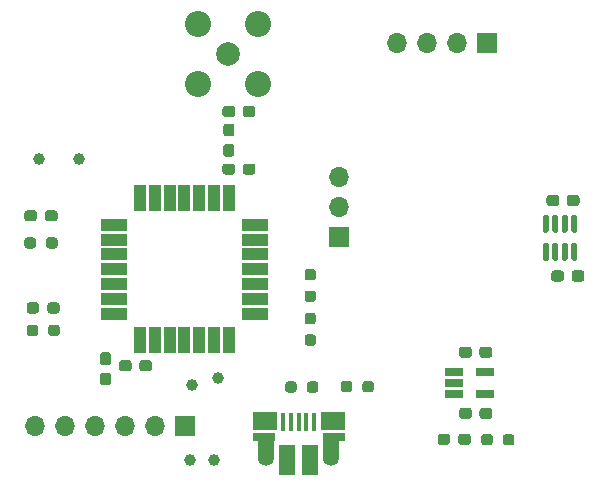
<source format=gbr>
%TF.GenerationSoftware,KiCad,Pcbnew,(5.1.10)-1*%
%TF.CreationDate,2022-03-06T21:17:49+00:00*%
%TF.ProjectId,main,6d61696e-2e6b-4696-9361-645f70636258,rev?*%
%TF.SameCoordinates,Original*%
%TF.FileFunction,Soldermask,Top*%
%TF.FilePolarity,Negative*%
%FSLAX46Y46*%
G04 Gerber Fmt 4.6, Leading zero omitted, Abs format (unit mm)*
G04 Created by KiCad (PCBNEW (5.1.10)-1) date 2022-03-06 21:17:49*
%MOMM*%
%LPD*%
G01*
G04 APERTURE LIST*
%ADD10R,1.430000X2.500000*%
%ADD11O,1.350000X1.700000*%
%ADD12O,1.100000X1.500000*%
%ADD13R,0.400000X1.650000*%
%ADD14R,2.000000X1.500000*%
%ADD15R,1.825000X0.700000*%
%ADD16R,1.350000X2.000000*%
%ADD17C,1.000000*%
%ADD18C,2.209800*%
%ADD19C,2.006600*%
%ADD20R,1.560000X0.650000*%
%ADD21R,1.000000X2.300000*%
%ADD22R,2.300000X1.000000*%
%ADD23O,1.700000X1.700000*%
%ADD24R,1.700000X1.700000*%
G04 APERTURE END LIST*
%TO.C,R2*%
G36*
G01*
X170237500Y-132087500D02*
X169762500Y-132087500D01*
G75*
G02*
X169525000Y-131850000I0J237500D01*
G01*
X169525000Y-131350000D01*
G75*
G02*
X169762500Y-131112500I237500J0D01*
G01*
X170237500Y-131112500D01*
G75*
G02*
X170475000Y-131350000I0J-237500D01*
G01*
X170475000Y-131850000D01*
G75*
G02*
X170237500Y-132087500I-237500J0D01*
G01*
G37*
G36*
G01*
X170237500Y-133912500D02*
X169762500Y-133912500D01*
G75*
G02*
X169525000Y-133675000I0J237500D01*
G01*
X169525000Y-133175000D01*
G75*
G02*
X169762500Y-132937500I237500J0D01*
G01*
X170237500Y-132937500D01*
G75*
G02*
X170475000Y-133175000I0J-237500D01*
G01*
X170475000Y-133675000D01*
G75*
G02*
X170237500Y-133912500I-237500J0D01*
G01*
G37*
%TD*%
D10*
%TO.C,USB_PWR1*%
X169965000Y-143545000D03*
X168045000Y-143545000D03*
D11*
X171735000Y-143275000D03*
X166275000Y-143275000D03*
D12*
X171425000Y-140275000D03*
X166585000Y-140275000D03*
D13*
X170305000Y-140395000D03*
X169655000Y-140395000D03*
X169005000Y-140395000D03*
X168355000Y-140395000D03*
X167705000Y-140395000D03*
D14*
X171905000Y-140275000D03*
X166155000Y-140295000D03*
D15*
X172005000Y-141595000D03*
X166055000Y-141595000D03*
D16*
X166275000Y-142345000D03*
X171755000Y-142345000D03*
%TD*%
%TO.C,U2*%
G36*
G01*
X192600000Y-122947500D02*
X192600000Y-124197500D01*
G75*
G02*
X192475000Y-124322500I-125000J0D01*
G01*
X192225000Y-124322500D01*
G75*
G02*
X192100000Y-124197500I0J125000D01*
G01*
X192100000Y-122947500D01*
G75*
G02*
X192225000Y-122822500I125000J0D01*
G01*
X192475000Y-122822500D01*
G75*
G02*
X192600000Y-122947500I0J-125000D01*
G01*
G37*
G36*
G01*
X191800000Y-122947500D02*
X191800000Y-124197500D01*
G75*
G02*
X191675000Y-124322500I-125000J0D01*
G01*
X191425000Y-124322500D01*
G75*
G02*
X191300000Y-124197500I0J125000D01*
G01*
X191300000Y-122947500D01*
G75*
G02*
X191425000Y-122822500I125000J0D01*
G01*
X191675000Y-122822500D01*
G75*
G02*
X191800000Y-122947500I0J-125000D01*
G01*
G37*
G36*
G01*
X191000000Y-122947500D02*
X191000000Y-124197500D01*
G75*
G02*
X190875000Y-124322500I-125000J0D01*
G01*
X190625000Y-124322500D01*
G75*
G02*
X190500000Y-124197500I0J125000D01*
G01*
X190500000Y-122947500D01*
G75*
G02*
X190625000Y-122822500I125000J0D01*
G01*
X190875000Y-122822500D01*
G75*
G02*
X191000000Y-122947500I0J-125000D01*
G01*
G37*
G36*
G01*
X190200000Y-122947500D02*
X190200000Y-124197500D01*
G75*
G02*
X190075000Y-124322500I-125000J0D01*
G01*
X189825000Y-124322500D01*
G75*
G02*
X189700000Y-124197500I0J125000D01*
G01*
X189700000Y-122947500D01*
G75*
G02*
X189825000Y-122822500I125000J0D01*
G01*
X190075000Y-122822500D01*
G75*
G02*
X190200000Y-122947500I0J-125000D01*
G01*
G37*
G36*
G01*
X190200000Y-125322500D02*
X190200000Y-126572500D01*
G75*
G02*
X190075000Y-126697500I-125000J0D01*
G01*
X189825000Y-126697500D01*
G75*
G02*
X189700000Y-126572500I0J125000D01*
G01*
X189700000Y-125322500D01*
G75*
G02*
X189825000Y-125197500I125000J0D01*
G01*
X190075000Y-125197500D01*
G75*
G02*
X190200000Y-125322500I0J-125000D01*
G01*
G37*
G36*
G01*
X191000000Y-125322500D02*
X191000000Y-126572500D01*
G75*
G02*
X190875000Y-126697500I-125000J0D01*
G01*
X190625000Y-126697500D01*
G75*
G02*
X190500000Y-126572500I0J125000D01*
G01*
X190500000Y-125322500D01*
G75*
G02*
X190625000Y-125197500I125000J0D01*
G01*
X190875000Y-125197500D01*
G75*
G02*
X191000000Y-125322500I0J-125000D01*
G01*
G37*
G36*
G01*
X191800000Y-125322500D02*
X191800000Y-126572500D01*
G75*
G02*
X191675000Y-126697500I-125000J0D01*
G01*
X191425000Y-126697500D01*
G75*
G02*
X191300000Y-126572500I0J125000D01*
G01*
X191300000Y-125322500D01*
G75*
G02*
X191425000Y-125197500I125000J0D01*
G01*
X191675000Y-125197500D01*
G75*
G02*
X191800000Y-125322500I0J-125000D01*
G01*
G37*
G36*
G01*
X192600000Y-125322500D02*
X192600000Y-126572500D01*
G75*
G02*
X192475000Y-126697500I-125000J0D01*
G01*
X192225000Y-126697500D01*
G75*
G02*
X192100000Y-126572500I0J125000D01*
G01*
X192100000Y-125322500D01*
G75*
G02*
X192225000Y-125197500I125000J0D01*
G01*
X192475000Y-125197500D01*
G75*
G02*
X192600000Y-125322500I0J-125000D01*
G01*
G37*
%TD*%
D17*
%TO.C,GND2*%
X161825000Y-143600000D03*
%TD*%
%TO.C,L1*%
G36*
G01*
X163337500Y-116172500D02*
X162862500Y-116172500D01*
G75*
G02*
X162625000Y-115935000I0J237500D01*
G01*
X162625000Y-115335000D01*
G75*
G02*
X162862500Y-115097500I237500J0D01*
G01*
X163337500Y-115097500D01*
G75*
G02*
X163575000Y-115335000I0J-237500D01*
G01*
X163575000Y-115935000D01*
G75*
G02*
X163337500Y-116172500I-237500J0D01*
G01*
G37*
G36*
G01*
X163337500Y-117897500D02*
X162862500Y-117897500D01*
G75*
G02*
X162625000Y-117660000I0J237500D01*
G01*
X162625000Y-117060000D01*
G75*
G02*
X162862500Y-116822500I237500J0D01*
G01*
X163337500Y-116822500D01*
G75*
G02*
X163575000Y-117060000I0J-237500D01*
G01*
X163575000Y-117660000D01*
G75*
G02*
X163337500Y-117897500I-237500J0D01*
G01*
G37*
%TD*%
%TO.C,C8*%
G36*
G01*
X164287500Y-114312500D02*
X164287500Y-113837500D01*
G75*
G02*
X164525000Y-113600000I237500J0D01*
G01*
X165125000Y-113600000D01*
G75*
G02*
X165362500Y-113837500I0J-237500D01*
G01*
X165362500Y-114312500D01*
G75*
G02*
X165125000Y-114550000I-237500J0D01*
G01*
X164525000Y-114550000D01*
G75*
G02*
X164287500Y-114312500I0J237500D01*
G01*
G37*
G36*
G01*
X162562500Y-114312500D02*
X162562500Y-113837500D01*
G75*
G02*
X162800000Y-113600000I237500J0D01*
G01*
X163400000Y-113600000D01*
G75*
G02*
X163637500Y-113837500I0J-237500D01*
G01*
X163637500Y-114312500D01*
G75*
G02*
X163400000Y-114550000I-237500J0D01*
G01*
X162800000Y-114550000D01*
G75*
G02*
X162562500Y-114312500I0J237500D01*
G01*
G37*
%TD*%
%TO.C,C7*%
G36*
G01*
X164287500Y-119187500D02*
X164287500Y-118712500D01*
G75*
G02*
X164525000Y-118475000I237500J0D01*
G01*
X165125000Y-118475000D01*
G75*
G02*
X165362500Y-118712500I0J-237500D01*
G01*
X165362500Y-119187500D01*
G75*
G02*
X165125000Y-119425000I-237500J0D01*
G01*
X164525000Y-119425000D01*
G75*
G02*
X164287500Y-119187500I0J237500D01*
G01*
G37*
G36*
G01*
X162562500Y-119187500D02*
X162562500Y-118712500D01*
G75*
G02*
X162800000Y-118475000I237500J0D01*
G01*
X163400000Y-118475000D01*
G75*
G02*
X163637500Y-118712500I0J-237500D01*
G01*
X163637500Y-119187500D01*
G75*
G02*
X163400000Y-119425000I-237500J0D01*
G01*
X162800000Y-119425000D01*
G75*
G02*
X162562500Y-119187500I0J237500D01*
G01*
G37*
%TD*%
D18*
%TO.C,J2*%
X165610000Y-106690000D03*
X165610000Y-111770000D03*
X160530000Y-111770000D03*
X160530000Y-106690000D03*
D19*
X163070000Y-109230000D03*
%TD*%
D20*
%TO.C,U3*%
X184830000Y-136110000D03*
X184830000Y-138010000D03*
X182130000Y-138010000D03*
X182130000Y-137060000D03*
X182130000Y-136110000D03*
%TD*%
D21*
%TO.C,U1*%
X159350000Y-133425000D03*
X158100000Y-133425000D03*
X156850000Y-133425000D03*
X155600000Y-133425000D03*
X160600000Y-133425000D03*
X161850000Y-133425000D03*
X163100000Y-133425000D03*
D22*
X165350000Y-127425000D03*
X165350000Y-128675000D03*
X165350000Y-129925000D03*
X165350000Y-131175000D03*
X165350000Y-126175000D03*
X165350000Y-124925000D03*
X165350000Y-123675000D03*
D21*
X159350000Y-121425000D03*
X160600000Y-121425000D03*
X161850000Y-121425000D03*
X163100000Y-121425000D03*
X158100000Y-121425000D03*
X156850000Y-121425000D03*
X155600000Y-121425000D03*
D22*
X153350000Y-127425000D03*
X153350000Y-126175000D03*
X153350000Y-124925000D03*
X153350000Y-123675000D03*
X153350000Y-128675000D03*
X153350000Y-129925000D03*
X153350000Y-131175000D03*
%TD*%
D17*
%TO.C,SDA1*%
X162200000Y-136600000D03*
%TD*%
%TO.C,SCL1*%
X160000000Y-137200000D03*
%TD*%
%TO.C,R5*%
G36*
G01*
X185455000Y-141622500D02*
X185455000Y-142097500D01*
G75*
G02*
X185217500Y-142335000I-237500J0D01*
G01*
X184717500Y-142335000D01*
G75*
G02*
X184480000Y-142097500I0J237500D01*
G01*
X184480000Y-141622500D01*
G75*
G02*
X184717500Y-141385000I237500J0D01*
G01*
X185217500Y-141385000D01*
G75*
G02*
X185455000Y-141622500I0J-237500D01*
G01*
G37*
G36*
G01*
X187280000Y-141622500D02*
X187280000Y-142097500D01*
G75*
G02*
X187042500Y-142335000I-237500J0D01*
G01*
X186542500Y-142335000D01*
G75*
G02*
X186305000Y-142097500I0J237500D01*
G01*
X186305000Y-141622500D01*
G75*
G02*
X186542500Y-141385000I237500J0D01*
G01*
X187042500Y-141385000D01*
G75*
G02*
X187280000Y-141622500I0J-237500D01*
G01*
G37*
%TD*%
%TO.C,R4*%
G36*
G01*
X146975000Y-132362500D02*
X146975000Y-132837500D01*
G75*
G02*
X146737500Y-133075000I-237500J0D01*
G01*
X146237500Y-133075000D01*
G75*
G02*
X146000000Y-132837500I0J237500D01*
G01*
X146000000Y-132362500D01*
G75*
G02*
X146237500Y-132125000I237500J0D01*
G01*
X146737500Y-132125000D01*
G75*
G02*
X146975000Y-132362500I0J-237500D01*
G01*
G37*
G36*
G01*
X148800000Y-132362500D02*
X148800000Y-132837500D01*
G75*
G02*
X148562500Y-133075000I-237500J0D01*
G01*
X148062500Y-133075000D01*
G75*
G02*
X147825000Y-132837500I0J237500D01*
G01*
X147825000Y-132362500D01*
G75*
G02*
X148062500Y-132125000I237500J0D01*
G01*
X148562500Y-132125000D01*
G75*
G02*
X148800000Y-132362500I0J-237500D01*
G01*
G37*
%TD*%
%TO.C,R3*%
G36*
G01*
X146775000Y-124962500D02*
X146775000Y-125437500D01*
G75*
G02*
X146537500Y-125675000I-237500J0D01*
G01*
X146037500Y-125675000D01*
G75*
G02*
X145800000Y-125437500I0J237500D01*
G01*
X145800000Y-124962500D01*
G75*
G02*
X146037500Y-124725000I237500J0D01*
G01*
X146537500Y-124725000D01*
G75*
G02*
X146775000Y-124962500I0J-237500D01*
G01*
G37*
G36*
G01*
X148600000Y-124962500D02*
X148600000Y-125437500D01*
G75*
G02*
X148362500Y-125675000I-237500J0D01*
G01*
X147862500Y-125675000D01*
G75*
G02*
X147625000Y-125437500I0J237500D01*
G01*
X147625000Y-124962500D01*
G75*
G02*
X147862500Y-124725000I237500J0D01*
G01*
X148362500Y-124725000D01*
G75*
G02*
X148600000Y-124962500I0J-237500D01*
G01*
G37*
%TD*%
%TO.C,R1*%
G36*
G01*
X169762500Y-129225000D02*
X170237500Y-129225000D01*
G75*
G02*
X170475000Y-129462500I0J-237500D01*
G01*
X170475000Y-129962500D01*
G75*
G02*
X170237500Y-130200000I-237500J0D01*
G01*
X169762500Y-130200000D01*
G75*
G02*
X169525000Y-129962500I0J237500D01*
G01*
X169525000Y-129462500D01*
G75*
G02*
X169762500Y-129225000I237500J0D01*
G01*
G37*
G36*
G01*
X169762500Y-127400000D02*
X170237500Y-127400000D01*
G75*
G02*
X170475000Y-127637500I0J-237500D01*
G01*
X170475000Y-128137500D01*
G75*
G02*
X170237500Y-128375000I-237500J0D01*
G01*
X169762500Y-128375000D01*
G75*
G02*
X169525000Y-128137500I0J237500D01*
G01*
X169525000Y-127637500D01*
G75*
G02*
X169762500Y-127400000I237500J0D01*
G01*
G37*
%TD*%
D23*
%TO.C,J6*%
X177380000Y-108300000D03*
X179920000Y-108300000D03*
X182460000Y-108300000D03*
D24*
X185000000Y-108300000D03*
%TD*%
D23*
%TO.C,J4*%
X172466000Y-119634000D03*
X172466000Y-122174000D03*
D24*
X172466000Y-124714000D03*
%TD*%
D23*
%TO.C,J1*%
X146655000Y-140725000D03*
X149195000Y-140725000D03*
X151735000Y-140725000D03*
X154275000Y-140725000D03*
X156815000Y-140725000D03*
D24*
X159355000Y-140725000D03*
%TD*%
%TO.C,HB1*%
G36*
G01*
X147550000Y-123137500D02*
X147550000Y-122662500D01*
G75*
G02*
X147787500Y-122425000I237500J0D01*
G01*
X148362500Y-122425000D01*
G75*
G02*
X148600000Y-122662500I0J-237500D01*
G01*
X148600000Y-123137500D01*
G75*
G02*
X148362500Y-123375000I-237500J0D01*
G01*
X147787500Y-123375000D01*
G75*
G02*
X147550000Y-123137500I0J237500D01*
G01*
G37*
G36*
G01*
X145800000Y-123137500D02*
X145800000Y-122662500D01*
G75*
G02*
X146037500Y-122425000I237500J0D01*
G01*
X146612500Y-122425000D01*
G75*
G02*
X146850000Y-122662500I0J-237500D01*
G01*
X146850000Y-123137500D01*
G75*
G02*
X146612500Y-123375000I-237500J0D01*
G01*
X146037500Y-123375000D01*
G75*
G02*
X145800000Y-123137500I0J237500D01*
G01*
G37*
%TD*%
D17*
%TO.C,GND1*%
X150406000Y-118110000D03*
%TD*%
%TO.C,FT1*%
X147066000Y-118100000D03*
%TD*%
%TO.C,FB1*%
G36*
G01*
X173565000Y-137122500D02*
X173565000Y-137597500D01*
G75*
G02*
X173327500Y-137835000I-237500J0D01*
G01*
X172827500Y-137835000D01*
G75*
G02*
X172590000Y-137597500I0J237500D01*
G01*
X172590000Y-137122500D01*
G75*
G02*
X172827500Y-136885000I237500J0D01*
G01*
X173327500Y-136885000D01*
G75*
G02*
X173565000Y-137122500I0J-237500D01*
G01*
G37*
G36*
G01*
X175390000Y-137122500D02*
X175390000Y-137597500D01*
G75*
G02*
X175152500Y-137835000I-237500J0D01*
G01*
X174652500Y-137835000D01*
G75*
G02*
X174415000Y-137597500I0J237500D01*
G01*
X174415000Y-137122500D01*
G75*
G02*
X174652500Y-136885000I237500J0D01*
G01*
X175152500Y-136885000D01*
G75*
G02*
X175390000Y-137122500I0J-237500D01*
G01*
G37*
%TD*%
%TO.C,F1*%
G36*
G01*
X168855000Y-137162500D02*
X168855000Y-137637500D01*
G75*
G02*
X168617500Y-137875000I-237500J0D01*
G01*
X168117500Y-137875000D01*
G75*
G02*
X167880000Y-137637500I0J237500D01*
G01*
X167880000Y-137162500D01*
G75*
G02*
X168117500Y-136925000I237500J0D01*
G01*
X168617500Y-136925000D01*
G75*
G02*
X168855000Y-137162500I0J-237500D01*
G01*
G37*
G36*
G01*
X170680000Y-137162500D02*
X170680000Y-137637500D01*
G75*
G02*
X170442500Y-137875000I-237500J0D01*
G01*
X169942500Y-137875000D01*
G75*
G02*
X169705000Y-137637500I0J237500D01*
G01*
X169705000Y-137162500D01*
G75*
G02*
X169942500Y-136925000I237500J0D01*
G01*
X170442500Y-136925000D01*
G75*
G02*
X170680000Y-137162500I0J-237500D01*
G01*
G37*
%TD*%
%TO.C,C6*%
G36*
G01*
X184322500Y-134697500D02*
X184322500Y-134222500D01*
G75*
G02*
X184560000Y-133985000I237500J0D01*
G01*
X185160000Y-133985000D01*
G75*
G02*
X185397500Y-134222500I0J-237500D01*
G01*
X185397500Y-134697500D01*
G75*
G02*
X185160000Y-134935000I-237500J0D01*
G01*
X184560000Y-134935000D01*
G75*
G02*
X184322500Y-134697500I0J237500D01*
G01*
G37*
G36*
G01*
X182597500Y-134697500D02*
X182597500Y-134222500D01*
G75*
G02*
X182835000Y-133985000I237500J0D01*
G01*
X183435000Y-133985000D01*
G75*
G02*
X183672500Y-134222500I0J-237500D01*
G01*
X183672500Y-134697500D01*
G75*
G02*
X183435000Y-134935000I-237500J0D01*
G01*
X182835000Y-134935000D01*
G75*
G02*
X182597500Y-134697500I0J237500D01*
G01*
G37*
%TD*%
%TO.C,C5*%
G36*
G01*
X183675000Y-139392500D02*
X183675000Y-139867500D01*
G75*
G02*
X183437500Y-140105000I-237500J0D01*
G01*
X182837500Y-140105000D01*
G75*
G02*
X182600000Y-139867500I0J237500D01*
G01*
X182600000Y-139392500D01*
G75*
G02*
X182837500Y-139155000I237500J0D01*
G01*
X183437500Y-139155000D01*
G75*
G02*
X183675000Y-139392500I0J-237500D01*
G01*
G37*
G36*
G01*
X185400000Y-139392500D02*
X185400000Y-139867500D01*
G75*
G02*
X185162500Y-140105000I-237500J0D01*
G01*
X184562500Y-140105000D01*
G75*
G02*
X184325000Y-139867500I0J237500D01*
G01*
X184325000Y-139392500D01*
G75*
G02*
X184562500Y-139155000I237500J0D01*
G01*
X185162500Y-139155000D01*
G75*
G02*
X185400000Y-139392500I0J-237500D01*
G01*
G37*
%TD*%
%TO.C,C4*%
G36*
G01*
X191075000Y-121362500D02*
X191075000Y-121837500D01*
G75*
G02*
X190837500Y-122075000I-237500J0D01*
G01*
X190237500Y-122075000D01*
G75*
G02*
X190000000Y-121837500I0J237500D01*
G01*
X190000000Y-121362500D01*
G75*
G02*
X190237500Y-121125000I237500J0D01*
G01*
X190837500Y-121125000D01*
G75*
G02*
X191075000Y-121362500I0J-237500D01*
G01*
G37*
G36*
G01*
X192800000Y-121362500D02*
X192800000Y-121837500D01*
G75*
G02*
X192562500Y-122075000I-237500J0D01*
G01*
X191962500Y-122075000D01*
G75*
G02*
X191725000Y-121837500I0J237500D01*
G01*
X191725000Y-121362500D01*
G75*
G02*
X191962500Y-121125000I237500J0D01*
G01*
X192562500Y-121125000D01*
G75*
G02*
X192800000Y-121362500I0J-237500D01*
G01*
G37*
%TD*%
%TO.C,C3*%
G36*
G01*
X152900000Y-135537500D02*
X152425000Y-135537500D01*
G75*
G02*
X152187500Y-135300000I0J237500D01*
G01*
X152187500Y-134700000D01*
G75*
G02*
X152425000Y-134462500I237500J0D01*
G01*
X152900000Y-134462500D01*
G75*
G02*
X153137500Y-134700000I0J-237500D01*
G01*
X153137500Y-135300000D01*
G75*
G02*
X152900000Y-135537500I-237500J0D01*
G01*
G37*
G36*
G01*
X152900000Y-137262500D02*
X152425000Y-137262500D01*
G75*
G02*
X152187500Y-137025000I0J237500D01*
G01*
X152187500Y-136425000D01*
G75*
G02*
X152425000Y-136187500I237500J0D01*
G01*
X152900000Y-136187500D01*
G75*
G02*
X153137500Y-136425000I0J-237500D01*
G01*
X153137500Y-137025000D01*
G75*
G02*
X152900000Y-137262500I-237500J0D01*
G01*
G37*
%TD*%
%TO.C,C2*%
G36*
G01*
X192125000Y-128237500D02*
X192125000Y-127762500D01*
G75*
G02*
X192362500Y-127525000I237500J0D01*
G01*
X192962500Y-127525000D01*
G75*
G02*
X193200000Y-127762500I0J-237500D01*
G01*
X193200000Y-128237500D01*
G75*
G02*
X192962500Y-128475000I-237500J0D01*
G01*
X192362500Y-128475000D01*
G75*
G02*
X192125000Y-128237500I0J237500D01*
G01*
G37*
G36*
G01*
X190400000Y-128237500D02*
X190400000Y-127762500D01*
G75*
G02*
X190637500Y-127525000I237500J0D01*
G01*
X191237500Y-127525000D01*
G75*
G02*
X191475000Y-127762500I0J-237500D01*
G01*
X191475000Y-128237500D01*
G75*
G02*
X191237500Y-128475000I-237500J0D01*
G01*
X190637500Y-128475000D01*
G75*
G02*
X190400000Y-128237500I0J237500D01*
G01*
G37*
%TD*%
%TO.C,C1*%
G36*
G01*
X155525000Y-135837500D02*
X155525000Y-135362500D01*
G75*
G02*
X155762500Y-135125000I237500J0D01*
G01*
X156362500Y-135125000D01*
G75*
G02*
X156600000Y-135362500I0J-237500D01*
G01*
X156600000Y-135837500D01*
G75*
G02*
X156362500Y-136075000I-237500J0D01*
G01*
X155762500Y-136075000D01*
G75*
G02*
X155525000Y-135837500I0J237500D01*
G01*
G37*
G36*
G01*
X153800000Y-135837500D02*
X153800000Y-135362500D01*
G75*
G02*
X154037500Y-135125000I237500J0D01*
G01*
X154637500Y-135125000D01*
G75*
G02*
X154875000Y-135362500I0J-237500D01*
G01*
X154875000Y-135837500D01*
G75*
G02*
X154637500Y-136075000I-237500J0D01*
G01*
X154037500Y-136075000D01*
G75*
G02*
X153800000Y-135837500I0J237500D01*
G01*
G37*
%TD*%
%TO.C,ALERT1*%
G36*
G01*
X147740000Y-130937500D02*
X147740000Y-130462500D01*
G75*
G02*
X147977500Y-130225000I237500J0D01*
G01*
X148552500Y-130225000D01*
G75*
G02*
X148790000Y-130462500I0J-237500D01*
G01*
X148790000Y-130937500D01*
G75*
G02*
X148552500Y-131175000I-237500J0D01*
G01*
X147977500Y-131175000D01*
G75*
G02*
X147740000Y-130937500I0J237500D01*
G01*
G37*
G36*
G01*
X145990000Y-130937500D02*
X145990000Y-130462500D01*
G75*
G02*
X146227500Y-130225000I237500J0D01*
G01*
X146802500Y-130225000D01*
G75*
G02*
X147040000Y-130462500I0J-237500D01*
G01*
X147040000Y-130937500D01*
G75*
G02*
X146802500Y-131175000I-237500J0D01*
G01*
X146227500Y-131175000D01*
G75*
G02*
X145990000Y-130937500I0J237500D01*
G01*
G37*
%TD*%
%TO.C,3V3_OUT1*%
X159800000Y-143600000D03*
%TD*%
%TO.C,3V1*%
G36*
G01*
X181830000Y-141587500D02*
X181830000Y-142062500D01*
G75*
G02*
X181592500Y-142300000I-237500J0D01*
G01*
X181017500Y-142300000D01*
G75*
G02*
X180780000Y-142062500I0J237500D01*
G01*
X180780000Y-141587500D01*
G75*
G02*
X181017500Y-141350000I237500J0D01*
G01*
X181592500Y-141350000D01*
G75*
G02*
X181830000Y-141587500I0J-237500D01*
G01*
G37*
G36*
G01*
X183580000Y-141587500D02*
X183580000Y-142062500D01*
G75*
G02*
X183342500Y-142300000I-237500J0D01*
G01*
X182767500Y-142300000D01*
G75*
G02*
X182530000Y-142062500I0J237500D01*
G01*
X182530000Y-141587500D01*
G75*
G02*
X182767500Y-141350000I237500J0D01*
G01*
X183342500Y-141350000D01*
G75*
G02*
X183580000Y-141587500I0J-237500D01*
G01*
G37*
%TD*%
M02*

</source>
